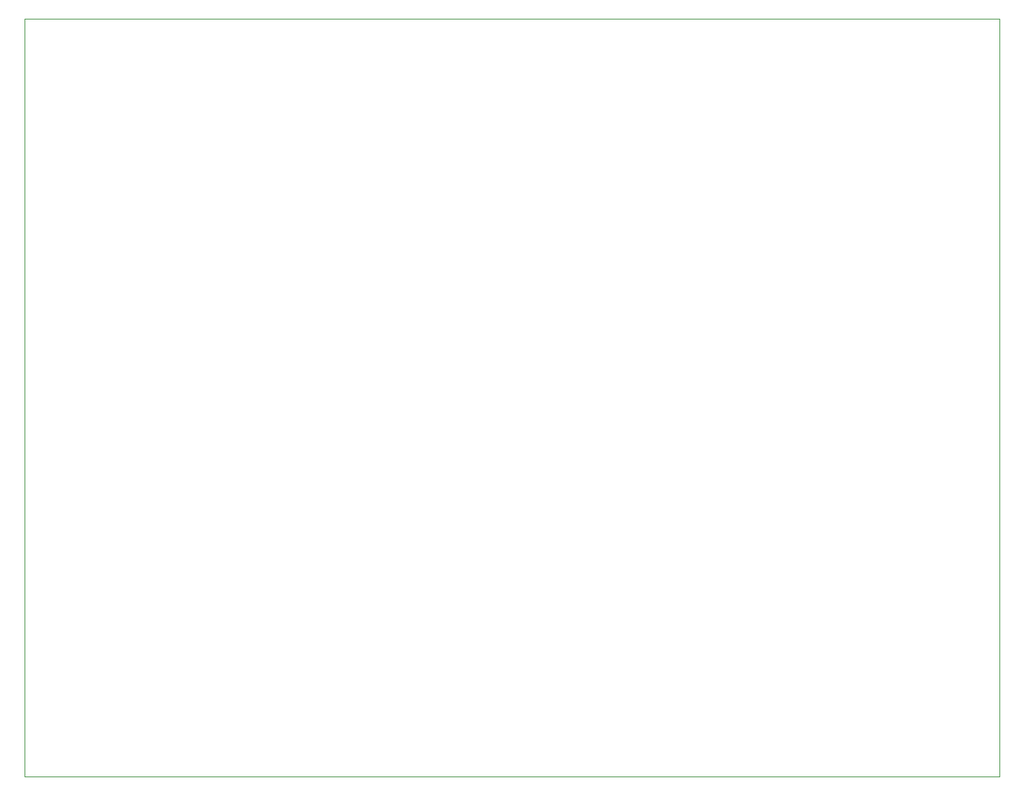
<source format=gbr>
%TF.GenerationSoftware,KiCad,Pcbnew,8.0.5*%
%TF.CreationDate,2024-10-14T11:10:16-07:00*%
%TF.ProjectId,Atmega_BM83,41746d65-6761-45f4-924d-38332e6b6963,rev?*%
%TF.SameCoordinates,Original*%
%TF.FileFunction,Profile,NP*%
%FSLAX46Y46*%
G04 Gerber Fmt 4.6, Leading zero omitted, Abs format (unit mm)*
G04 Created by KiCad (PCBNEW 8.0.5) date 2024-10-14 11:10:16*
%MOMM*%
%LPD*%
G01*
G04 APERTURE LIST*
%TA.AperFunction,Profile*%
%ADD10C,0.050000*%
%TD*%
G04 APERTURE END LIST*
D10*
X165100000Y-152400000D02*
X50800000Y-152400000D01*
X50800000Y-63500000D01*
X165100000Y-63500000D01*
X165100000Y-152400000D01*
M02*

</source>
